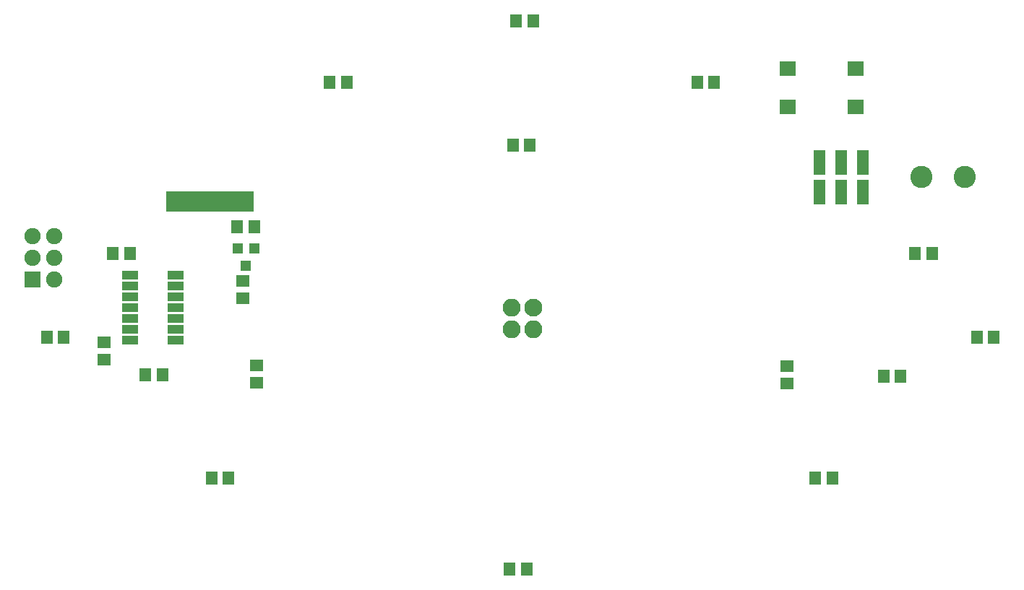
<source format=gbs>
G04 #@! TF.FileFunction,Soldermask,Bot*
%FSLAX46Y46*%
G04 Gerber Fmt 4.6, Leading zero omitted, Abs format (unit mm)*
G04 Created by KiCad (PCBNEW 4.0.7) date 06/01/18 20:23:33*
%MOMM*%
%LPD*%
G01*
G04 APERTURE LIST*
%ADD10C,0.100000*%
%ADD11R,1.400000X3.000000*%
%ADD12R,1.400000X2.400000*%
%ADD13R,1.950000X1.700000*%
%ADD14C,1.900000*%
%ADD15R,1.900000X1.900000*%
%ADD16R,1.200000X1.300000*%
%ADD17R,1.900000X1.000000*%
%ADD18R,1.400000X1.650000*%
%ADD19R,1.650000X1.400000*%
%ADD20C,2.600000*%
%ADD21C,2.100000*%
%ADD22O,2.100000X2.100000*%
G04 APERTURE END LIST*
D10*
D11*
X186984000Y-74782000D03*
X189484000Y-74782000D03*
X191984000Y-74782000D03*
X191984000Y-71382000D03*
X189484000Y-71382000D03*
X186984000Y-71382000D03*
D12*
X119970000Y-75883000D03*
X118700000Y-75883000D03*
X117430000Y-75883000D03*
X116160000Y-75883000D03*
X114890000Y-75883000D03*
X113620000Y-75883000D03*
X112350000Y-75883000D03*
X111080000Y-75883000D03*
D13*
X191173000Y-60361000D03*
X183223000Y-60361000D03*
X191173000Y-64861000D03*
X183223000Y-64861000D03*
D14*
X97282000Y-80010000D03*
X94742000Y-80010000D03*
X97282000Y-82550000D03*
X94742000Y-82550000D03*
X97282000Y-85090000D03*
D15*
X94742000Y-85090000D03*
D16*
X118811000Y-81423000D03*
X120711000Y-81423000D03*
X119761000Y-83423000D03*
D17*
X106139000Y-92202000D03*
X106139000Y-90932000D03*
X106139000Y-89662000D03*
X106139000Y-88392000D03*
X106139000Y-87122000D03*
X106139000Y-85852000D03*
X106139000Y-84582000D03*
X111539000Y-84582000D03*
X111539000Y-85852000D03*
X111539000Y-87122000D03*
X111539000Y-88392000D03*
X111539000Y-89662000D03*
X111539000Y-90932000D03*
X111539000Y-92202000D03*
D18*
X205391000Y-91821000D03*
X207391000Y-91821000D03*
X198152000Y-82042000D03*
X200152000Y-82042000D03*
X194469000Y-96393000D03*
X196469000Y-96393000D03*
D19*
X183134000Y-95266000D03*
X183134000Y-97266000D03*
D18*
X151019000Y-69342000D03*
X153019000Y-69342000D03*
D19*
X121031000Y-95155000D03*
X121031000Y-97155000D03*
D18*
X107982000Y-96266000D03*
X109982000Y-96266000D03*
X104172000Y-82042000D03*
X106172000Y-82042000D03*
X96425000Y-91821000D03*
X98425000Y-91821000D03*
X115713000Y-108331000D03*
X117713000Y-108331000D03*
X150638000Y-118999000D03*
X152638000Y-118999000D03*
X186452000Y-108331000D03*
X188452000Y-108331000D03*
X172609000Y-61976000D03*
X174609000Y-61976000D03*
X151400000Y-54737000D03*
X153400000Y-54737000D03*
X129556000Y-61976000D03*
X131556000Y-61976000D03*
X120745000Y-78867000D03*
X118745000Y-78867000D03*
D19*
X119380000Y-85233000D03*
X119380000Y-87233000D03*
X103124000Y-92472000D03*
X103124000Y-94472000D03*
D20*
X198882000Y-73025000D03*
X203962000Y-73025000D03*
D21*
X153416000Y-88392000D03*
D22*
X153416000Y-90932000D03*
X150876000Y-88392000D03*
X150876000Y-90932000D03*
M02*

</source>
